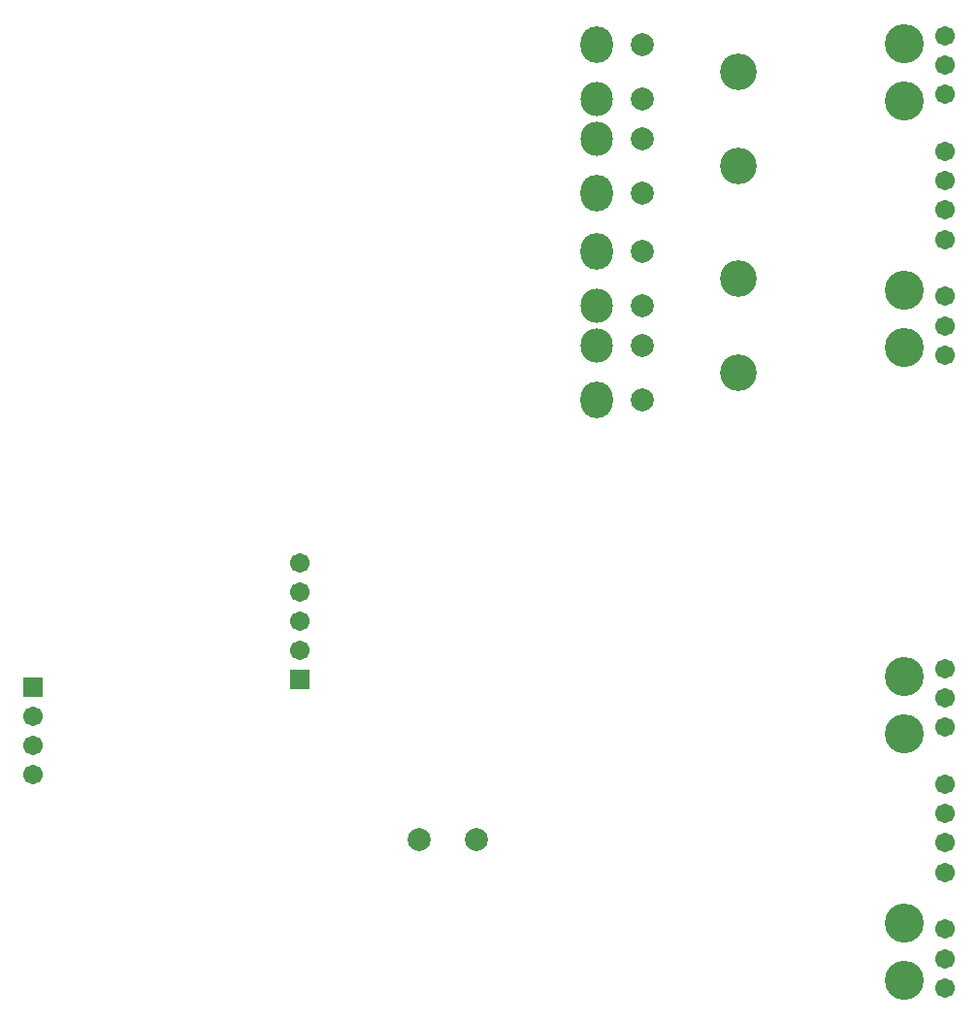
<source format=gbs>
%FSLAX25Y25*%
%MOIN*%
G70*
G01*
G75*
G04 Layer_Color=16711935*
%ADD10C,0.01000*%
%ADD11R,0.10799X0.08500*%
%ADD12O,0.02756X0.07480*%
%ADD13O,0.02756X0.08268*%
%ADD14O,0.07874X0.13780*%
%ADD15R,0.07087X0.10236*%
%ADD16R,0.04921X0.02756*%
%ADD17R,0.02756X0.04921*%
%ADD18R,0.07087X0.04449*%
%ADD19R,0.04449X0.07087*%
%ADD20R,0.10512X0.04724*%
%ADD21O,0.02756X0.07087*%
%ADD22R,0.01654X0.03937*%
%ADD23R,0.04921X0.13465*%
%ADD24R,0.03661X0.03858*%
%ADD25R,0.03858X0.03661*%
%ADD26O,0.07087X0.01102*%
%ADD27O,0.01102X0.07087*%
%ADD28R,0.10709X0.04567*%
%ADD29C,0.03937*%
%ADD30R,0.02362X0.05906*%
%ADD31R,0.07874X0.07874*%
%ADD32C,0.03150*%
%ADD33C,0.01969*%
%ADD34C,0.01181*%
%ADD35C,0.04724*%
%ADD36R,0.20500X1.22000*%
%ADD37R,0.44000X0.15500*%
%ADD38R,0.15000X0.07000*%
%ADD39R,0.23000X0.15000*%
%ADD40R,0.25000X0.15000*%
%ADD41C,0.05906*%
%ADD42C,0.12598*%
%ADD43O,0.10236X0.11811*%
%ADD44O,0.10236X0.11024*%
%ADD45C,0.07087*%
%ADD46C,0.11811*%
%ADD47R,0.05906X0.05906*%
%ADD48C,0.03000*%
%ADD49C,0.04000*%
%ADD50C,0.02756*%
%ADD51C,0.01575*%
%ADD52C,0.00984*%
%ADD53C,0.00787*%
%ADD54C,0.00500*%
%ADD55C,0.00600*%
%ADD56R,0.11599X0.09300*%
%ADD57O,0.03556X0.08280*%
%ADD58O,0.03556X0.09068*%
%ADD59O,0.08674X0.14579*%
%ADD60R,0.07887X0.11036*%
%ADD61R,0.05721X0.03556*%
%ADD62R,0.03556X0.05721*%
%ADD63R,0.07887X0.05249*%
%ADD64R,0.05249X0.07887*%
%ADD65R,0.11312X0.05524*%
%ADD66O,0.03556X0.07887*%
%ADD67R,0.02054X0.04337*%
%ADD68R,0.05721X0.14265*%
%ADD69R,0.04461X0.04658*%
%ADD70R,0.04658X0.04461*%
%ADD71O,0.07487X0.01502*%
%ADD72O,0.01502X0.07487*%
%ADD73R,0.11509X0.05367*%
%ADD74C,0.04737*%
%ADD75R,0.03162X0.06706*%
%ADD76R,0.08674X0.08674*%
%ADD77C,0.06706*%
%ADD78C,0.13398*%
%ADD79O,0.11036X0.12611*%
%ADD80O,0.11036X0.11824*%
%ADD81C,0.07887*%
%ADD82C,0.12611*%
%ADD83R,0.06706X0.06706*%
D77*
X379921Y373169D02*
D03*
Y363091D02*
D03*
Y353012D02*
D03*
Y333425D02*
D03*
Y323346D02*
D03*
Y313268D02*
D03*
Y303189D02*
D03*
Y283602D02*
D03*
Y273524D02*
D03*
Y263445D02*
D03*
Y46122D02*
D03*
Y56201D02*
D03*
Y66280D02*
D03*
Y85866D02*
D03*
Y95945D02*
D03*
Y106024D02*
D03*
Y116102D02*
D03*
Y135689D02*
D03*
Y145768D02*
D03*
Y155846D02*
D03*
X158000Y192000D02*
D03*
Y182000D02*
D03*
Y172000D02*
D03*
Y162000D02*
D03*
X66500Y139500D02*
D03*
Y129500D02*
D03*
Y119500D02*
D03*
D78*
X365748Y285827D02*
D03*
Y266142D02*
D03*
Y350787D02*
D03*
Y370472D02*
D03*
Y153150D02*
D03*
Y133465D02*
D03*
Y48819D02*
D03*
Y68504D02*
D03*
D79*
X260000Y248000D02*
D03*
Y299181D02*
D03*
Y370181D02*
D03*
Y319000D02*
D03*
D80*
Y266898D02*
D03*
Y280283D02*
D03*
Y351283D02*
D03*
Y337898D02*
D03*
D81*
X275748Y299181D02*
D03*
Y280283D02*
D03*
Y248000D02*
D03*
Y266898D02*
D03*
Y337898D02*
D03*
Y319000D02*
D03*
Y351283D02*
D03*
Y370181D02*
D03*
X199157Y97000D02*
D03*
X218843D02*
D03*
D82*
X308819Y289732D02*
D03*
Y257449D02*
D03*
Y328449D02*
D03*
Y360732D02*
D03*
D83*
X158000Y152000D02*
D03*
X66500Y149500D02*
D03*
M02*

</source>
